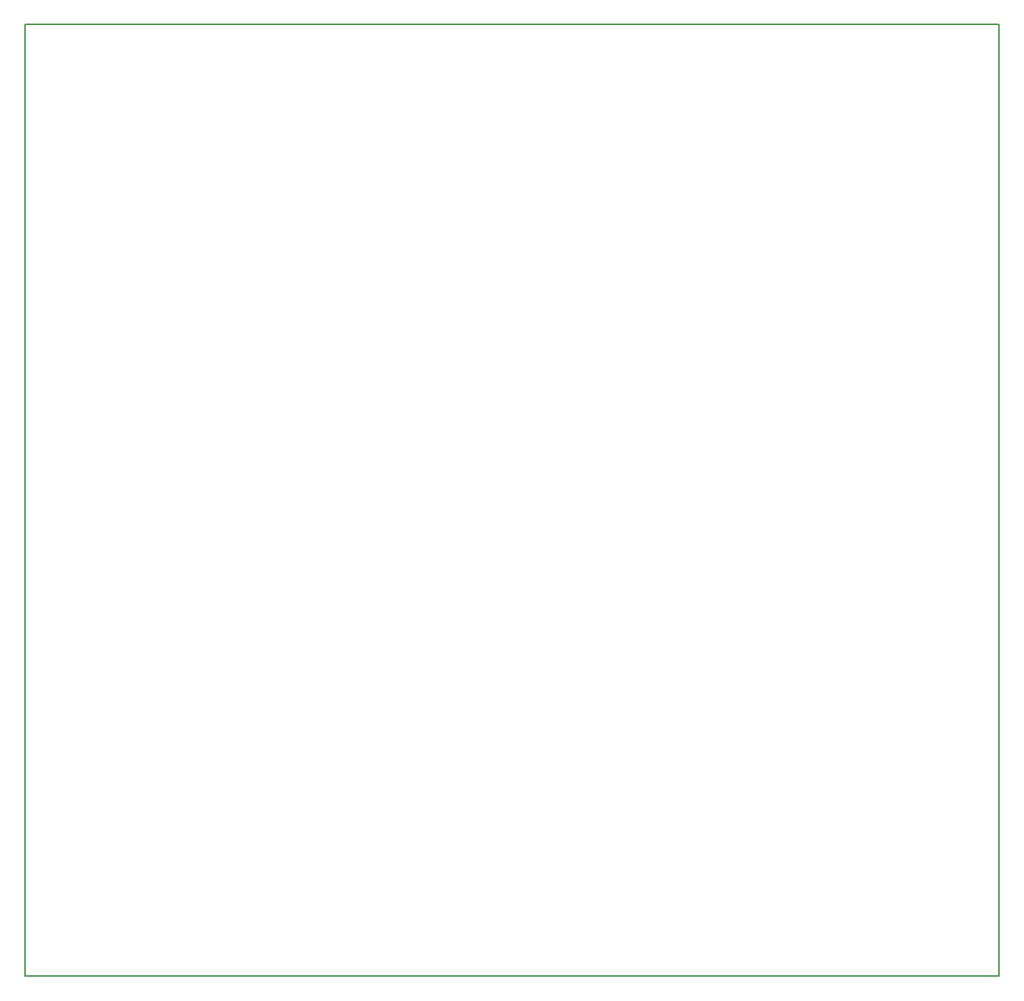
<source format=gbr>
%TF.GenerationSoftware,KiCad,Pcbnew,7.0.10*%
%TF.CreationDate,2024-04-30T00:05:16-07:00*%
%TF.ProjectId,control,636f6e74-726f-46c2-9e6b-696361645f70,A*%
%TF.SameCoordinates,Original*%
%TF.FileFunction,Profile,NP*%
%FSLAX46Y46*%
G04 Gerber Fmt 4.6, Leading zero omitted, Abs format (unit mm)*
G04 Created by KiCad (PCBNEW 7.0.10) date 2024-04-30 00:05:16*
%MOMM*%
%LPD*%
G01*
G04 APERTURE LIST*
%TA.AperFunction,Profile*%
%ADD10C,0.200000*%
%TD*%
G04 APERTURE END LIST*
D10*
X70881000Y-42418000D02*
X182829200Y-42418000D01*
X182829200Y-151892000D01*
X70881000Y-151892000D01*
X70881000Y-42418000D01*
M02*

</source>
